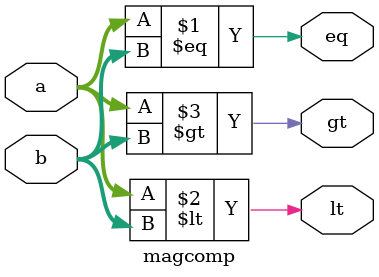
<source format=v>
`timescale 1ns/1ps

module magcomp(a, b, gt, lt, eq);
  parameter WIDTH=8;
  input       [WIDTH-1:0] a;
  input       [WIDTH-1:0] b;
  output      eq;
  output      lt;
  output      gt;
  
  assign #0.75 eq = (a==b);
  assign #0.85 lt = (a<b);
  assign #0.85 gt = (a>b);
endmodule

</source>
